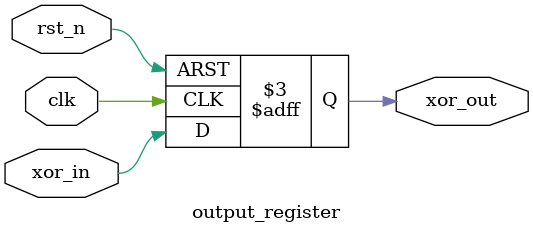
<source format=sv>
module xor2_2 (
    input wire clk,     // 添加时钟信号以支持流水线
    input wire rst_n,   // 添加复位信号
    input wire A, B,    // 输入信号
    output wire Y       // 输出结果
);
    // 数据流路径信号声明
    wire stage1_a, stage1_b;         // 输入寄存器阶段
    wire stage1_eq_result;           // 比较器结果
    wire stage2_eq_signal;           // 流水线寄存器
    wire xor_out;                    // XOR逻辑输出
    
    // 输入寄存器 - 减少输入路径延迟
    input_register input_reg_inst (
        .clk(clk),
        .rst_n(rst_n),
        .a_in(A),
        .b_in(B),
        .a_out(stage1_a),
        .b_out(stage1_b)
    );
    
    // 比较器阶段 - 优化组合逻辑路径
    equality_comparator comp_inst (
        .in_a(stage1_a),
        .in_b(stage1_b),
        .eq_result(stage1_eq_result)
    );
    
    // 流水线寄存器 - 分割数据路径
    pipeline_register pipe_reg_inst (
        .clk(clk),
        .rst_n(rst_n),
        .eq_in(stage1_eq_result),
        .eq_out(stage2_eq_signal)
    );
    
    // 输出逻辑阶段 - 优化输出路径
    xor_output_logic out_inst (
        .equal(stage2_eq_signal),
        .xor_result(xor_out)
    );
    
    // 输出寄存器 - 提高输出稳定性
    output_register out_reg_inst (
        .clk(clk),
        .rst_n(rst_n),
        .xor_in(xor_out),
        .xor_out(Y)
    );
    
endmodule

// 输入寄存器模块
module input_register (
    input wire clk,
    input wire rst_n,
    input wire a_in, b_in,
    output reg a_out, b_out
);
    // 寄存输入信号
    always @(posedge clk or negedge rst_n) begin
        if (!rst_n) begin
            a_out <= 1'b0;
            b_out <= 1'b0;
        end else begin
            a_out <= a_in;
            b_out <= b_in;
        end
    end
endmodule

// 优化的比较器子模块
module equality_comparator (
    input wire in_a, in_b,
    output reg eq_result
);
    // 比较两个输入是否相等 - 拆分复杂组合路径
    always @(*) begin
        eq_result = (in_a == in_b);
    end
endmodule

// 流水线寄存器模块
module pipeline_register (
    input wire clk,
    input wire rst_n,
    input wire eq_in,
    output reg eq_out
);
    // 寄存中间结果
    always @(posedge clk or negedge rst_n) begin
        if (!rst_n) begin
            eq_out <= 1'b0;
        end else begin
            eq_out <= eq_in;
        end
    end
endmodule

// 优化的输出逻辑子模块
module xor_output_logic (
    input wire equal,
    output wire xor_result
);
    // 根据相等信号生成XOR结果
    assign xor_result = ~equal;
endmodule

// 输出寄存器模块
module output_register (
    input wire clk,
    input wire rst_n,
    input wire xor_in,
    output reg xor_out
);
    // 寄存输出结果
    always @(posedge clk or negedge rst_n) begin
        if (!rst_n) begin
            xor_out <= 1'b0;
        end else begin
            xor_out <= xor_in;
        end
    end
endmodule
</source>
